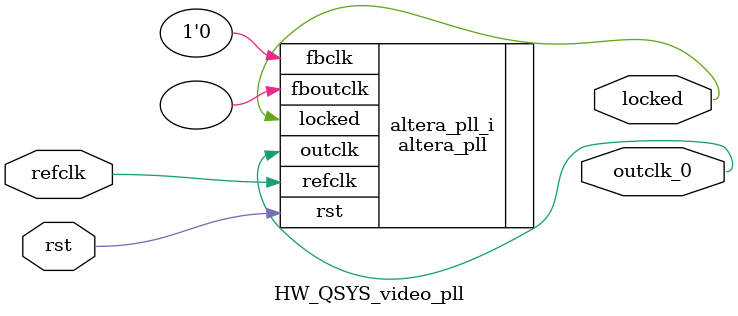
<source format=v>
`timescale 1ns/10ps
module  HW_QSYS_video_pll(

	// interface 'refclk'
	input wire refclk,

	// interface 'reset'
	input wire rst,

	// interface 'outclk0'
	output wire outclk_0,

	// interface 'locked'
	output wire locked
);

	altera_pll #(
		.fractional_vco_multiplier("false"),
		.reference_clock_frequency("50.0 MHz"),
		.operation_mode("direct"),
		.number_of_clocks(1),
		.output_clock_frequency0("25.000000 MHz"),
		.phase_shift0("0 ps"),
		.duty_cycle0(50),
		.output_clock_frequency1("0 MHz"),
		.phase_shift1("0 ps"),
		.duty_cycle1(50),
		.output_clock_frequency2("0 MHz"),
		.phase_shift2("0 ps"),
		.duty_cycle2(50),
		.output_clock_frequency3("0 MHz"),
		.phase_shift3("0 ps"),
		.duty_cycle3(50),
		.output_clock_frequency4("0 MHz"),
		.phase_shift4("0 ps"),
		.duty_cycle4(50),
		.output_clock_frequency5("0 MHz"),
		.phase_shift5("0 ps"),
		.duty_cycle5(50),
		.output_clock_frequency6("0 MHz"),
		.phase_shift6("0 ps"),
		.duty_cycle6(50),
		.output_clock_frequency7("0 MHz"),
		.phase_shift7("0 ps"),
		.duty_cycle7(50),
		.output_clock_frequency8("0 MHz"),
		.phase_shift8("0 ps"),
		.duty_cycle8(50),
		.output_clock_frequency9("0 MHz"),
		.phase_shift9("0 ps"),
		.duty_cycle9(50),
		.output_clock_frequency10("0 MHz"),
		.phase_shift10("0 ps"),
		.duty_cycle10(50),
		.output_clock_frequency11("0 MHz"),
		.phase_shift11("0 ps"),
		.duty_cycle11(50),
		.output_clock_frequency12("0 MHz"),
		.phase_shift12("0 ps"),
		.duty_cycle12(50),
		.output_clock_frequency13("0 MHz"),
		.phase_shift13("0 ps"),
		.duty_cycle13(50),
		.output_clock_frequency14("0 MHz"),
		.phase_shift14("0 ps"),
		.duty_cycle14(50),
		.output_clock_frequency15("0 MHz"),
		.phase_shift15("0 ps"),
		.duty_cycle15(50),
		.output_clock_frequency16("0 MHz"),
		.phase_shift16("0 ps"),
		.duty_cycle16(50),
		.output_clock_frequency17("0 MHz"),
		.phase_shift17("0 ps"),
		.duty_cycle17(50),
		.pll_type("General"),
		.pll_subtype("General")
	) altera_pll_i (
		.rst	(rst),
		.outclk	({outclk_0}),
		.locked	(locked),
		.fboutclk	( ),
		.fbclk	(1'b0),
		.refclk	(refclk)
	);
endmodule


</source>
